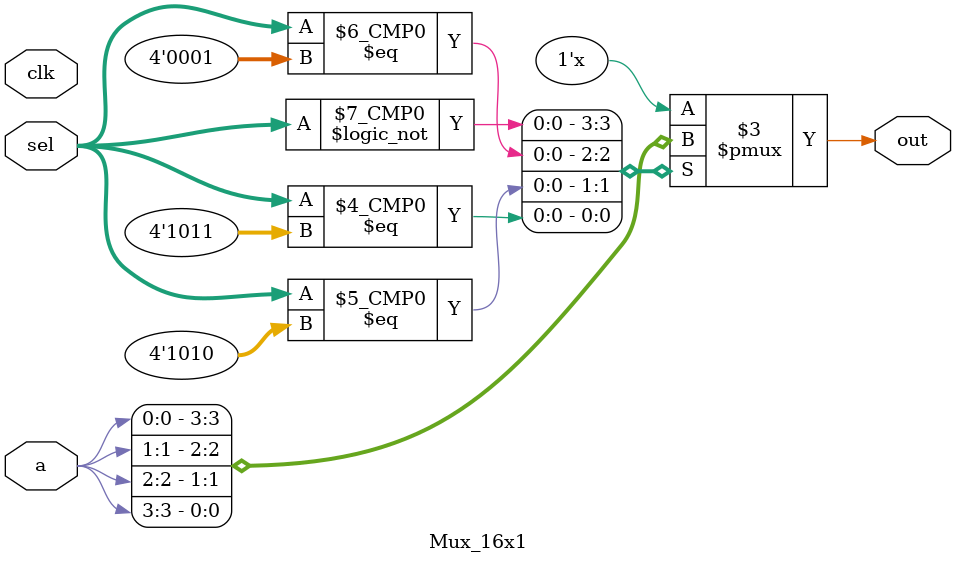
<source format=v>
module Mux_16x1(
	input clk,
	input [15:0] a,
	input [3:0] sel,
	output reg out
);

always @(clk) begin
	case(sel)
		0000: out = a[0];
		0001: out = a[1];
		0010: out = a[2];
		0011: out = a[3];
		0100: out = a[4];
		0101: out = a[5];
		0110: out = a[6];
		0111: out = a[7];
		1000: out = a[8];
		1001: out = a[9];
		1010: out = a[10];
		1011: out = a[11];
		1100: out = a[12];
		1101: out = a[13];
		1110: out = a[14];
		1111: out = a[15];	
	endcase
end

endmodule

</source>
